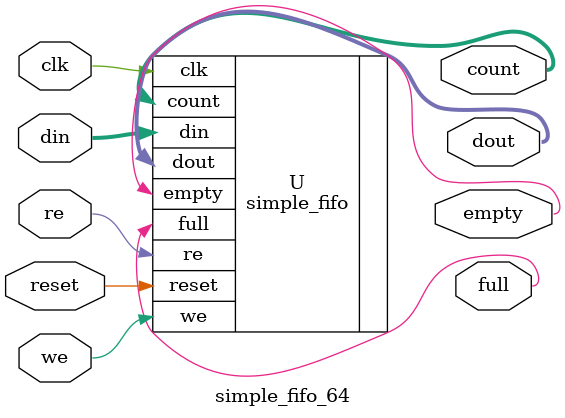
<source format=v>
`default_nettype none

module simple_fifo_64 #(parameter WIDTH = 64, parameter DEPTH = 8)
   (
    input wire 		   clk,
    input wire 		   reset,
   
    input wire 		   we,
    input wire [WIDTH-1:0] din,
    input wire 		   re,
    //output reg [WIDTH-1:0] dout,
    output wire [WIDTH-1:0] dout,
    output wire 	   empty,
    output wire		   full,
    output wire [WIDTH-1:0] count
    );
   
    simple_fifo#(.WIDTH(WIDTH), .DEPTH(DEPTH)) U(
	.clk(clk),
	.reset(reset),
	.we(we),
	.din(din),
	.re(re),
	.dout(dout),
	.empty(empty),
	.full(full),
	.count(count)
    );
	
endmodule
`default_nettype wire

</source>
